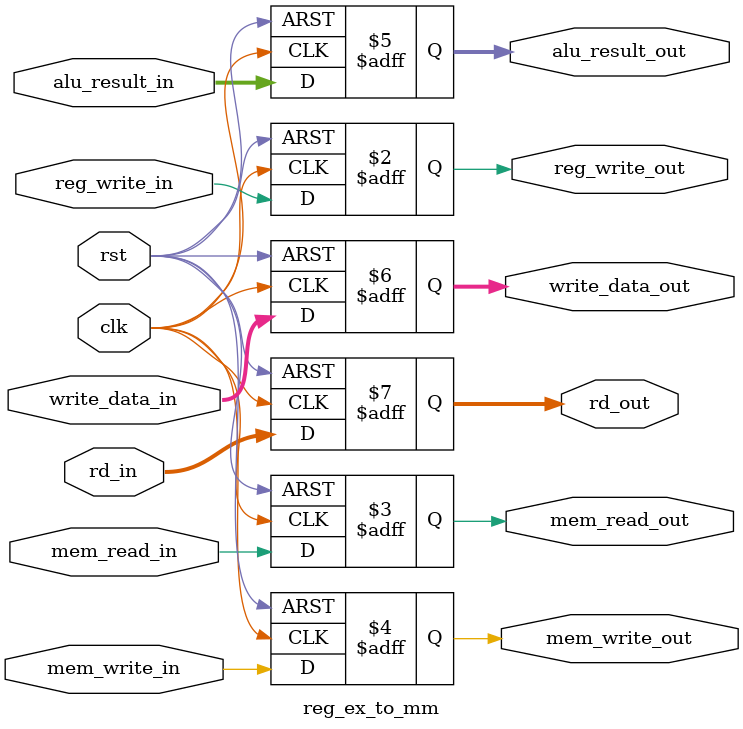
<source format=sv>
module reg_ex_to_mm #(
    parameter DATA_WIDTH = 32
)(
    input  logic                  clk,
    input  logic                  rst,
    // Inputs from EX stage
    input  logic                  reg_write_in,
    input  logic                  mem_read_in,
    input  logic                  mem_write_in,
    input  logic [DATA_WIDTH-1:0] alu_result_in,
    input  logic [DATA_WIDTH-1:0] write_data_in,
    input  logic [4:0]            rd_in,
    // Outputs to MM stage
    output logic                  reg_write_out,
    output logic                  mem_read_out,
    output logic                  mem_write_out,
    output logic [DATA_WIDTH-1:0] alu_result_out,
    output logic [DATA_WIDTH-1:0] write_data_out,
    output logic [4:0]            rd_out
);

always_ff @(posedge clk or posedge rst) begin
    if (rst) begin
        reg_write_out   <= 0;
        mem_read_out    <= 0;
        mem_write_out   <= 0;
        alu_result_out  <= 0;
        write_data_out  <= 0;
        rd_out          <= 0;
    end else begin
        reg_write_out   <= reg_write_in;
        mem_read_out    <= mem_read_in;
        mem_write_out   <= mem_write_in;
        alu_result_out  <= alu_result_in;
        write_data_out  <= write_data_in;
        rd_out          <= rd_in;
    end
end

endmodule
</source>
